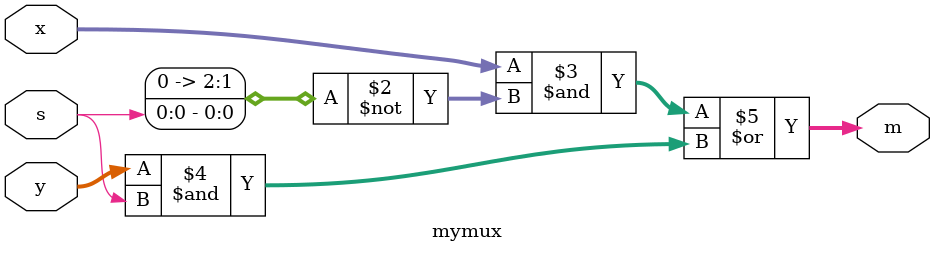
<source format=v>
module mymux(x,y,s,m);
input[2:0] x,y;
input s;
output[2:0]m;
assign m=x&~s|y&s;
endmodule
</source>
